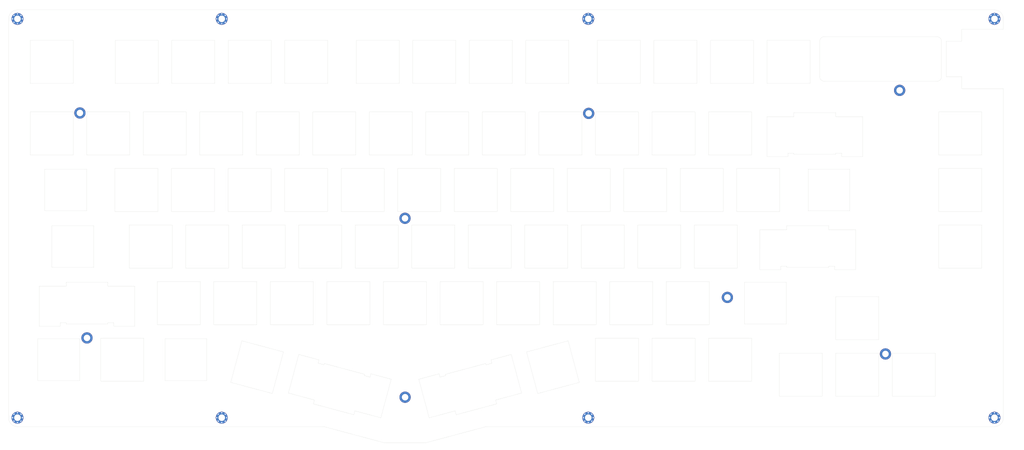
<source format=kicad_pcb>
(kicad_pcb (version 20211014) (generator pcbnew)
  (layers (0 "F.Cu" signal) (31 "B.Cu" signal) (34 "B.Paste" user) (35 "F.Paste" user) (36 "B.SilkS" user "B.Silkscreen") (37 "F.SilkS" user "F.Silkscreen") (38 "B.Mask" user) (39 "F.Mask" user) (44 "Edge.Cuts" user))
  (net 0 "")
  (net 1 "GND")
  (footprint "keyboard:MountingHole_2.2mm_M2_Pad_Via" (layer "F.Cu") (at 239.343984 57.57)
    (fp_text reference "MountBaseTop6" hide)
    (fp_text value "MountingHoleBaseTop1" hide)
    (pad "1" thru_hole circle (at 1.166726 1.166726) (size 0.7 0.7) (drill 0.4) (layers *.Cu *.Mask))
    (pad "1" thru_hole circle (at 1.65 0) (size 0.7 0.7) (drill 0.4) (layers *.Cu *.Mask))
    (pad "1" thru_hole circle (at -1.65 0) (size 0.7 0.7) (drill 0.4) (layers *.Cu *.Mask))
    (pad "1" thru_hole circle (at 1.166726 -1.166726) (size 0.7 0.7) (drill 0.4) (layers *.Cu *.Mask))
    (pad "1" thru_hole circle (at -1.166726 1.166726) (size 0.7 0.7) (drill 0.4) (layers *.Cu *.Mask))
    (pad "1" thru_hole circle (at -1.166726 -1.166726) (size 0.7 0.7) (drill 0.4) (layers *.Cu *.Mask))
    (pad "1" thru_hole circle (at 0 1.65) (size 0.7 0.7) (drill 0.4) (layers *.Cu *.Mask))
    (pad "1" thru_hole circle (at 0 0) (size 4 4) (drill 2.2) (layers *.Cu *.Mask))
    (pad "1" thru_hole circle (at 0 -1.65) (size 0.7 0.7) (drill 0.4) (layers *.Cu *.Mask))
  )
  (footprint "keyboard:MountingHole_2.2mm_M2_Pad_Via" (layer "F.Cu") (at 115.831016 57.57)
    (fp_text reference "MountBaseTop4" hide)
    (fp_text value "MountingHoleBaseTop1" hide)
    (pad "1" thru_hole circle (at -1.65 0) (size 0.7 0.7) (drill 0.4) (layers *.Cu *.Mask))
    (pad "1" thru_hole circle (at 1.166726 1.166726) (size 0.7 0.7) (drill 0.4) (layers *.Cu *.Mask))
    (pad "1" thru_hole circle (at 0 1.65) (size 0.7 0.7) (drill 0.4) (layers *.Cu *.Mask))
    (pad "1" thru_hole circle (at 1.166726 -1.166726) (size 0.7 0.7) (drill 0.4) (layers *.Cu *.Mask))
    (pad "1" thru_hole circle (at -1.166726 1.166726) (size 0.7 0.7) (drill 0.4) (layers *.Cu *.Mask))
    (pad "1" thru_hole circle (at 1.65 0) (size 0.7 0.7) (drill 0.4) (layers *.Cu *.Mask))
    (pad "1" thru_hole circle (at 0 -1.65) (size 0.7 0.7) (drill 0.4) (layers *.Cu *.Mask))
    (pad "1" thru_hole circle (at -1.166726 -1.166726) (size 0.7 0.7) (drill 0.4) (layers *.Cu *.Mask))
    (pad "1" thru_hole circle (at 0 0) (size 4 4) (drill 2.2) (layers *.Cu *.Mask))
  )
  (footprint "keyboard:MountingHole_2.2mm_M2_Pad" (layer "F.Cu") (at 177.59 124.78)
    (fp_text reference "MountTopMiddle4")
    (fp_text value "MountTopMiddle")
    (pad "1" thru_hole circle (at 0 0) (size 3.8 3.8) (drill 2.2) (layers *.Cu *.Mask))
  )
  (footprint "keyboard:MountingHole_2.2mm_M2_Pad" (layer "F.Cu") (at 68.04 89.29)
    (fp_text reference "MountTopMiddle2")
    (fp_text value "MountTopMiddle")
    (pad "1" thru_hole circle (at 0 0) (size 3.8 3.8) (drill 2.2) (layers *.Cu *.Mask))
  )
  (footprint "keyboard:MountingHole_2.2mm_M2_Pad_Via" (layer "F.Cu") (at 376.225 191.97)
    (fp_text reference "MountBaseTop7" hide)
    (fp_text value "MountingHoleBaseTop1" hide)
    (pad "1" thru_hole circle (at 1.166726 1.166726) (size 0.7 0.7) (drill 0.4) (layers *.Cu *.Mask))
    (pad "1" thru_hole circle (at 0 1.65) (size 0.7 0.7) (drill 0.4) (layers *.Cu *.Mask))
    (pad "1" thru_hole circle (at -1.65 0) (size 0.7 0.7) (drill 0.4) (layers *.Cu *.Mask))
    (pad "1" thru_hole circle (at 1.65 0) (size 0.7 0.7) (drill 0.4) (layers *.Cu *.Mask))
    (pad "1" thru_hole circle (at 0 -1.65) (size 0.7 0.7) (drill 0.4) (layers *.Cu *.Mask))
    (pad "1" thru_hole circle (at -1.166726 1.166726) (size 0.7 0.7) (drill 0.4) (layers *.Cu *.Mask))
    (pad "1" thru_hole circle (at 1.166726 -1.166726) (size 0.7 0.7) (drill 0.4) (layers *.Cu *.Mask))
    (pad "1" thru_hole circle (at 0 0) (size 4 4) (drill 2.2) (layers *.Cu *.Mask))
    (pad "1" thru_hole circle (at -1.166726 -1.166726) (size 0.7 0.7) (drill 0.4) (layers *.Cu *.Mask))
  )
  (footprint "keyboard:MountingHole_2.2mm_M2_Pad" (layer "F.Cu") (at 286.22 151.44)
    (fp_text reference "MountTopMiddle5")
    (fp_text value "MountTopMiddle")
    (pad "1" thru_hole circle (at 0 0) (size 3.8 3.8) (drill 2.2) (layers *.Cu *.Mask))
  )
  (footprint "keyboard:MountingHole_2.2mm_M2_Pad" (layer "F.Cu") (at 70.42 165.09)
    (fp_text reference "MountTopMiddle1")
    (fp_text value "MountTopMiddle")
    (pad "1" thru_hole circle (at 0 0) (size 3.8 3.8) (drill 2.2) (layers *.Cu *.Mask))
  )
  (footprint "keyboard:MountingHole_2.2mm_M2_Pad" (layer "F.Cu") (at 177.62 185.07)
    (fp_text reference "MountTopMiddle3")
    (fp_text value "MountTopMiddle")
    (pad "1" thru_hole circle (at 0 0) (size 3.8 3.8) (drill 2.2) (layers *.Cu *.Mask))
  )
  (footprint "keyboard:MountingHole_2.2mm_M2_Pad_Via" (layer "F.Cu") (at 115.831016 191.97)
    (fp_text reference "MountBaseTop3" hide)
    (fp_text value "MountingHoleBaseTop1" hide)
    (pad "1" thru_hole circle (at -1.65 0) (size 0.7 0.7) (drill 0.4) (layers *.Cu *.Mask))
    (pad "1" thru_hole circle (at 1.65 0) (size 0.7 0.7) (drill 0.4) (layers *.Cu *.Mask))
    (pad "1" thru_hole circle (at 0 -1.65) (size 0.7 0.7) (drill 0.4) (layers *.Cu *.Mask))
    (pad "1" thru_hole circle (at 0 0) (size 4 4) (drill 2.2) (layers *.Cu *.Mask))
    (pad "1" thru_hole circle (at -1.166726 -1.166726) (size 0.7 0.7) (drill 0.4) (layers *.Cu *.Mask))
    (pad "1" thru_hole circle (at 0 1.65) (size 0.7 0.7) (drill 0.4) (layers *.Cu *.Mask))
    (pad "1" thru_hole circle (at 1.166726 -1.166726) (size 0.7 0.7) (drill 0.4) (layers *.Cu *.Mask))
    (pad "1" thru_hole circle (at -1.166726 1.166726) (size 0.7 0.7) (drill 0.4) (layers *.Cu *.Mask))
    (pad "1" thru_hole circle (at 1.166726 1.166726) (size 0.7 0.7) (drill 0.4) (layers *.Cu *.Mask))
  )
  (footprint "keyboard:MountingHole_2.2mm_M2_Pad_Via" (layer "F.Cu") (at 47 57.57)
    (fp_text reference "MountBaseTop2" hide)
    (fp_text value "MountingHoleBaseTop1" hide)
    (pad "1" thru_hole circle (at 1.65 0) (size 0.7 0.7) (drill 0.4) (layers *.Cu *.Mask))
    (pad "1" thru_hole circle (at -1.65 0) (size 0.7 0.7) (drill 0.4) (layers *.Cu *.Mask))
    (pad "1" thru_hole circle (at 0 1.65) (size 0.7 0.7) (drill 0.4) (layers *.Cu *.Mask))
    (pad "1" thru_hole circle (at 1.166726 1.166726) (size 0.7 0.7) (drill 0.4) (layers *.Cu *.Mask))
    (pad "1" thru_hole circle (at 1.166726 -1.166726) (size 0.7 0.7) (drill 0.4) (layers *.Cu *.Mask))
    (pad "1" thru_hole circle (at -1.166726 -1.166726) (size 0.7 0.7) (drill 0.4) (layers *.Cu *.Mask))
    (pad "1" thru_hole circle (at 0 -1.65) (size 0.7 0.7) (drill 0.4) (layers *.Cu *.Mask))
    (pad "1" thru_hole circle (at -1.166726 1.166726) (size 0.7 0.7) (drill 0.4) (layers *.Cu *.Mask))
    (pad "1" thru_hole circle (at 0 0) (size 4 4) (drill 2.2) (layers *.Cu *.Mask))
  )
  (footprint "keyboard:MountingHole_2.2mm_M2_Pad_Via" (layer "F.Cu") (at 376.225 57.57)
    (fp_text reference "MountBaseTop8" hide)
    (fp_text value "MountingHoleBaseTop1" hide)
    (pad "1" thru_hole circle (at 1.166726 1.166726) (size 0.7 0.7) (drill 0.4) (layers *.Cu *.Mask))
    (pad "1" thru_hole circle (at -1.166726 1.166726) (size 0.7 0.7) (drill 0.4) (layers *.Cu *.Mask))
    (pad "1" thru_hole circle (at 0 1.65) (size 0.7 0.7) (drill 0.4) (layers *.Cu *.Mask))
    (pad "1" thru_hole circle (at 0 0) (size 4 4) (drill 2.2) (layers *.Cu *.Mask))
    (pad "1" thru_hole circle (at 1.166726 -1.166726) (size 0.7 0.7) (drill 0.4) (layers *.Cu *.Mask))
    (pad "1" thru_hole circle (at -1.65 0) (size 0.7 0.7) (drill 0.4) (layers *.Cu *.Mask))
    (pad "1" thru_hole circle (at 1.65 0) (size 0.7 0.7) (drill 0.4) (layers *.Cu *.Mask))
    (pad "1" thru_hole circle (at -1.166726 -1.166726) (size 0.7 0.7) (drill 0.4) (layers *.Cu *.Mask))
    (pad "1" thru_hole circle (at 0 -1.65) (size 0.7 0.7) (drill 0.4) (layers *.Cu *.Mask))
  )
  (footprint "keyboard:MountingHole_2.2mm_M2_Pad_Via" (layer "F.Cu") (at 47 191.97)
    (fp_text reference "MountBaseTop1" hide)
    (fp_text value "MountingHoleBaseTop1" hide)
    (pad "1" thru_hole circle (at -1.65 0) (size 0.7 0.7) (drill 0.4) (layers *.Cu *.Mask))
    (pad "1" thru_hole circle (at 1.65 0) (size 0.7 0.7) (drill 0.4) (layers *.Cu *.Mask))
    (pad "1" thru_hole circle (at 0 0) (size 4 4) (drill 2.2) (layers *.Cu *.Mask))
    (pad "1" thru_hole circle (at 0 -1.65) (size 0.7 0.7) (drill 0.4) (layers *.Cu *.Mask))
    (pad "1" thru_hole circle (at 0 1.65) (size 0.7 0.7) (drill 0.4) (layers *.Cu *.Mask))
    (pad "1" thru_hole circle (at 1.166726 1.166726) (size 0.7 0.7) (drill 0.4) (layers *.Cu *.Mask))
    (pad "1" thru_hole circle (at -1.166726 -1.166726) (size 0.7 0.7) (drill 0.4) (layers *.Cu *.Mask))
    (pad "1" thru_hole circle (at 1.166726 -1.166726) (size 0.7 0.7) (drill 0.4) (layers *.Cu *.Mask))
    (pad "1" thru_hole circle (at -1.166726 1.166726) (size 0.7 0.7) (drill 0.4) (layers *.Cu *.Mask))
  )
  (footprint "keyboard:MountingHole_2.2mm_M2_Pad" (layer "F.Cu") (at 344.27 81.67)
    (fp_text reference "MountTopMiddle8")
    (fp_text value "MountTopMiddle")
    (pad "1" thru_hole circle (at 0 0) (size 3.8 3.8) (drill 2.2) (layers *.Cu *.Mask))
  )
  (footprint "keyboard:MountingHole_2.2mm_M2_Pad" (layer "F.Cu") (at 239.48 89.43)
    (fp_text reference "MountTopMiddle6")
    (fp_text value "MountTopMiddle")
    (pad "1" thru_hole circle (at 0 0) (size 3.8 3.8) (drill 2.2) (layers *.Cu *.Mask))
  )
  (footprint "keyboard:MountingHole_2.2mm_M2_Pad_Via" (layer "F.Cu") (at 239.343984 191.97)
    (fp_text reference "MountBaseTop5" hide)
    (fp_text value "MountingHoleBaseTop1" hide)
    (pad "1" thru_hole circle (at 1.166726 -1.166726) (size 0.7 0.7) (drill 0.4) (layers *.Cu *.Mask))
    (pad "1" thru_hole circle (at 0 0) (size 4 4) (drill 2.2) (layers *.Cu *.Mask))
    (pad "1" thru_hole circle (at 0 1.65) (size 0.7 0.7) (drill 0.4) (layers *.Cu *.Mask))
    (pad "1" thru_hole circle (at 1.65 0) (size 0.7 0.7) (drill 0.4) (layers *.Cu *.Mask))
    (pad "1" thru_hole circle (at -1.166726 -1.166726) (size 0.7 0.7) (drill 0.4) (layers *.Cu *.Mask))
    (pad "1" thru_hole circle (at 0 -1.65) (size 0.7 0.7) (drill 0.4) (layers *.Cu *.Mask))
    (pad "1" thru_hole circle (at -1.166726 1.166726) (size 0.7 0.7) (drill 0.4) (layers *.Cu *.Mask))
    (pad "1" thru_hole circle (at 1.166726 1.166726) (size 0.7 0.7) (drill 0.4) (layers *.Cu *.Mask))
    (pad "1" thru_hole circle (at -1.65 0) (size 0.7 0.7) (drill 0.4) (layers *.Cu *.Mask))
  )
  (footprint "keyboard:MountingHole_2.2mm_M2_Pad" (layer "F.Cu") (at 339.49 170.5)
    (fp_text reference "MountTopMiddle7")
    (fp_text value "MountTopMiddle")
    (pad "1" thru_hole circle (at 0 0) (size 3.8 3.8) (drill 2.2) (layers *.Cu *.Mask))
  )
  (gr_line (start 294.375 88.945) (end 294.375 103.445) (layer "Edge.Cuts") (width 0.05))
  (gr_line (start 303.9 107.995) (end 303.9 122.495) (layer "Edge.Cuts") (width 0.05))
  (gr_line (start 306.0825 160.4) (end 291.9825 160.4) (layer "Edge.Cuts") (width 0.05))
  (gr_line (start 251.3 107.995) (end 265.8 107.995) (layer "Edge.Cuts") (width 0.05))
  (gr_line (start 232.825 64.845) (end 232.825 79.345) (layer "Edge.Cuts") (width 0.05))
  (gr_line (start 72.72 141.35) (end 58.62 141.35) (layer "Edge.Cuts") (width 0.05))
  (gr_line (start 242.425 79.345) (end 242.425 64.845) (layer "Edge.Cuts") (width 0.05))
  (gr_line (start 151.575 64.845) (end 151.575 79.345) (layer "Edge.Cuts") (width 0.05))
  (gr_line (start 166.101654 177.178065) (end 172.940409 179.010504) (layer "Edge.Cuts") (width 0.05))
  (gr_line (start 275.325 88.945) (end 275.325 103.445) (layer "Edge.Cuts") (width 0.05))
  (gr_line (start 246.5375 160.595) (end 246.5375 146.095) (layer "Edge.Cuts") (width 0.05))
  (gr_line (start 308.65 102.799) (end 308.65 103.25) (layer "Edge.Cuts") (width 0.05))
  (gr_line (start 65.775 79.345) (end 51.275 79.345) (layer "Edge.Cuts") (width 0.05))
  (gr_line (start 256.925 79.345) (end 242.425 79.345) (layer "Edge.Cuts") (width 0.05))
  (gr_line (start 218.325 79.345) (end 218.325 64.845) (layer "Edge.Cuts") (width 0.05))
  (gr_line (start 256.275 88.945) (end 256.275 103.445) (layer "Edge.Cuts") (width 0.05))
  (gr_line (start 320.3675 127.25) (end 320.3675 128.6054) (layer "Edge.Cuts") (width 0.05))
  (gr_line (start 356.85 78.595) (end 318.85 78.595) (layer "Edge.Cuts") (width 0.05))
  (gr_line (start 256.0625 141.545) (end 256.0625 127.045) (layer "Edge.Cuts") (width 0.05))
  (gr_line (start 44 191.97) (end 44 57.57) (layer "Edge.Cuts") (width 0.05))
  (gr_line (start 331.83 103.9674) (end 331.829 90.5054) (layer "Edge.Cuts") (width 0.05))
  (gr_line (start 137 122.495) (end 137 107.995) (layer "Edge.Cuts") (width 0.05))
  (gr_circle (center 239.343984 191.97) (end 240.443984 191.97) (layer "Edge.Cuts") (width 0.05) (fill none))
  (gr_line (start 256.275 165.145) (end 256.275 179.645) (layer "Edge.Cuts") (width 0.05))
  (gr_line (start 291.9825 146.3) (end 306.0825 146.3) (layer "Edge.Cuts") (width 0.05))
  (gr_line (start 199.125 88.945) (end 199.125 103.445) (layer "Edge.Cuts") (width 0.05))
  (gr_line (start 306.65 102.799) (end 306.65 103.9674) (layer "Edge.Cuts") (width 0.05))
  (gr_line (start 260.825 88.945) (end 275.325 88.945) (layer "Edge.Cuts") (width 0.05))
  (gr_line (start 113.1875 160.595) (end 113.1875 146.095) (layer "Edge.Cuts") (width 0.05))
  (gr_line (start 275.975 64.845) (end 275.975 79.345) (layer "Edge.Cuts") (width 0.05))
  (gr_line (start 117.95 107.995) (end 132.45 107.995) (layer "Edge.Cuts") (width 0.05))
  (gr_line (start 261.475 79.345) (end 261.475 64.845) (layer "Edge.Cuts") (width 0.05))
  (gr_line (start 371.95 141.545) (end 357.45 141.545) (layer "Edge.Cuts") (width 0.05))
  (gr_line (start 138.296385 183.664554) (end 147.066026 186.014372) (layer "Edge.Cuts") (width 0.05))
  (gr_line (start 217.9625 127.045) (end 232.4625 127.045) (layer "Edge.Cuts") (width 0.05))
  (gr_line (start 54.30225 147.6554) (end 63.38 147.6554) (layer "Edge.Cuts") (width 0.05))
  (gr_line (start 180.075 103.445) (end 165.575 103.445) (layer "Edge.Cuts") (width 0.05))
  (gr_line (start 170.3375 160.595) (end 170.3375 146.095) (layer "Edge.Cuts") (width 0.05))
  (gr_line (start 232.825 79.345) (end 218.325 79.345) (layer "Edge.Cuts") (width 0.05))
  (gr_line (start 251.5125 127.045) (end 251.5125 141.545) (layer "Edge.Cuts") (width 0.05))
  (gr_line (start 163.867398 177.789015) (end 163.984125 177.353383) (layer "Edge.Cuts") (width 0.05))
  (gr_line (start 265.5875 160.595) (end 265.5875 146.095) (layer "Edge.Cuts") (width 0.05))
  (gr_line (start 306.2675 140.899) (end 306.2675 141.35) (layer "Edge.Cuts") (width 0.05))
  (gr_line (start 365.225 77.07) (end 360.025 77.07) (layer "Edge.Cuts") (width 0.05))
  (gr_line (start 165.7875 160.595) (end 151.2875 160.595) (layer "Edge.Cuts") (width 0.05))
  (gr_line (start 199.275 79.345) (end 199.275 64.845) (layer "Edge.Cuts") (width 0.05))
  (gr_line (start 371.95 127.045) (end 371.95 141.545) (layer "Edge.Cuts") (width 0.05))
  (gr_line (start 175.675 64.845) (end 175.675 79.345) (layer "Edge.Cuts") (width 0.05))
  (gr_line (start 127.475 88.945) (end 141.975 88.945) (layer "Edge.Cuts") (width 0.05))
  (gr_line (start 241.775 103.445) (end 241.775 88.945) (layer "Edge.Cuts") (width 0.05))
  (gr_line (start 137.075 64.845) (end 151.575 64.845) (layer "Edge.Cuts") (width 0.05))
  (gr_line (start 306.2675 140.899) (end 304.26875 140.899) (layer "Edge.Cuts") (width 0.05))
  (gr_line (start 53.86 165.35) (end 67.96 165.35) (layer "Edge.Cuts") (width 0.05))
  (gr_line (start 103.6625 141.545) (end 103.6625 127.045) (layer "Edge.Cuts") (width 0.05))
  (gr_line (start 165.79925 178.306653) (end 166.101654 177.178065) (layer "Edge.Cuts") (width 0.05))
  (gr_line (start 270.5625 127.045) (end 270.5625 141.545) (layer "Edge.Cuts") (width 0.05))
  (gr_line (start 356.2875 184.695) (end 341.7875 184.695) (layer "Edge.Cuts") (width 0.05))
  (gr_line (start 51.275 88.945) (end 65.775 88.945) (layer "Edge.Cuts") (width 0.05))
  (gr_line (start 79.85 107.995) (end 94.35 107.995) (layer "Edge.Cuts") (width 0.05))
  (gr_line (start 132.45 122.495) (end 117.95 122.495) (layer "Edge.Cuts") (width 0.05))
  (gr_line (start 203.8875 160.595) (end 189.3875 160.595) (layer "Edge.Cuts") (width 0.05))
  (gr_line (start 70.34 122.3) (end 56.24 122.3) (layer "Edge.Cuts") (width 0.05))
  (gr_line (start 150.232609 194.97) (end 47 194.97) (layer "Edge.Cuts") (width 0.05))
  (gr_line (start 113.1875 146.095) (end 127.6875 146.095) (layer "Edge.Cuts") (width 0.05))
  (gr_line (start 371.95 103.445) (end 357.45 103.445) (layer "Edge.Cuts") (width 0.05))
  (gr_line (start 151.575 79.345) (end 137.075 79.345) (layer "Edge.Cuts") (width 0.05))
  (gr_line (start 194.3625 127.045) (end 194.3625 141.545) (layer "Edge.Cuts") (width 0.05))
  (gr_line (start 170.75857 200.469915) (end 184.41643 200.469915) (layer "Edge.Cuts") (width 0.05))
  (gr_arc (start 317.35 65.095) (mid 317.78934 64.03434) (end 318.85 63.595) (layer "Edge.Cuts") (width 0.05))
  (gr_line (start 294.375 179.645) (end 279.875 179.645) (layer "Edge.Cuts") (width 0.05))
  (gr_line (start 313.415 122.3) (end 313.415 108.2) (layer "Edge.Cuts") (width 0.05))
  (gr_line (start 53.86 179.45) (end 53.86 165.35) (layer "Edge.Cuts") (width 0.05))
  (gr_line (start 156.05 122.495) (end 156.05 107.995) (layer "Edge.Cuts") (width 0.05))
  (gr_line (start 161.175 79.345) (end 161.175 64.845) (layer "Edge.Cuts") (width 0.05))
  (gr_line (start 199.125 103.445) (end 184.625 103.445) (layer "Edge.Cuts") (width 0.05))
  (gr_line (start 113.4 107.995) (end 113.4 122.495) (layer "Edge.Cuts") (width 0.05))
  (gr_line (start 299.571 90.5054) (end 308.65 90.5054) (layer "Edge.Cuts") (width 0.05))
  (gr_line (start 156.2625 127.045) (end 156.2625 141.545) (layer "Edge.Cuts") (width 0.05))
  (gr_line (start 279.875 179.645) (end 279.875 165.145) (layer "Edge.Cuts") (width 0.05))
  (gr_line (start 160.8125 127.045) (end 175.3125 127.045) (layer "Edge.Cuts") (width 0.05))
  (gr_line (start 308.65 89.15) (end 308.65 90.5054) (layer "Edge.Cuts") (width 0.05))
  (gr_line (start 299.575 79.345) (end 299.575 64.845) (layer "Edge.Cuts") (width 0.05))
  (gr_line (start 150.232609 194.97) (end 170.75857 200.469915) (layer "Edge.Cuts") (width 0.05))
  (gr_line (start 204.927156 174.139667) (end 206.859008 173.622029) (layer "Edge.Cuts") (width 0.05))
  (gr_line (start 341.7875 170.195) (end 356.2875 170.195) (layer "Edge.Cuts") (width 0.05))
  (gr_line (start 275.1125 127.045) (end 289.6125 127.045) (layer "Edge.Cuts") (width 0.05))
  (gr_line (start 108.425 88.945) (end 122.925 88.945) (layer "Edge.Cuts") (width 0.05))
  (gr_line (start 232.4625 141.545) (end 217.9625 141.545) (layer "Edge.Cuts") (width 0.05))
  (gr_line (start 98.975 64.845) (end 113.475 64.845) (layer "Edge.Cuts") (width 0.05))
  (gr_line (start 246.5375 146.095) (end 261.0375 146.095) (layer "Edge.Cuts") (width 0.05))
  (gr_line (start 172.940409 179.010504) (end 169.455221 192.013539) (layer "Edge.Cuts") (width 0.05))
  (gr_line (start 246.75 107.995) (end 246.75 122.495) (layer "Edge.Cuts") (width 0.05))
  (gr_line (start 294.375 103.445) (end 279.875 103.445) (layer "Edge.Cuts") (width 0.05))
  (gr_line (start 65.775 64.845) (end 65.775 79.345) (layer "Edge.Cuts") (width 0.05))
  (gr_line (start 329.44775 128.6054) (end 320.3675 128.6054) (layer "Edge.Cuts") (width 0.05))
  (gr_line (start 84.825 88.945) (end 84.825 103.445) (layer "Edge.Cuts") (width 0.05))
  (gr_line (start 118.025 64.845) (end 132.525 64.845) (layer "Edge.Cuts") (width 0.05))
  (gr_line (start 379.225 81.07) (end 379.225 191.97) (layer "Edge.Cuts") (width 0.05))
  (gr_line (start 137.075 79.345) (end 137.075 64.845) (layer "Edge.Cuts") (width 0.05))
  (gr_line (start 94.1375 146.095) (end 108.6375 146.095) (layer "Edge.Cuts") (width 0.05))
  (gr_line (start 118.1625 141.545) (end 103.6625 141.545) (layer "Edge.Cuts") (width 0.05))
  (gr_line (start 322.7375 170.195) (end 337.2375 170.195) (layer "Edge.Cuts") (width 0.05))
  (gr_line (start 63.38 146.3) (end 63.38 147.6554) (layer "Edge.Cuts") (width 0.05))
  (gr_line (start 206.556604 172.493441) (end 213.395359 170.661002) (layer "Edge.Cuts") (width 0.05))
  (gr_line (start 58.62 127.25) (end 72.72 127.25) (layer "Edge.Cuts") (width 0.05))
  (gr_line (start 260.825 103.445) (end 260.825 88.945) (layer "Edge.Cuts") (width 0.05))
  (gr_line (start 51.275 64.845) (end 65.775 64.845) (layer "Edge.Cuts") (width 0.05))
  (gr_line (start 65.775 103.445) (end 51.275 103.445) (layer "Edge.Cuts") (width 0.05))
  (gr_line (start 136.627614 169.81669) (end 132.874738 183.822614) (layer "Edge.Cuts") (width 0.05))
  (gr_line (start 241.775 165.145) (end 256.275 165.145) (layer "Edge.Cuts") (width 0.05))
  (gr_line (start 146.7375 160.595) (end 132.2375 160.595) (layer "Edge.Cuts") (width 0.05))
  (gr_line (start 191.190875 177.353383) (end 204.810429 173.704034) (layer "Edge.Cuts") (width 0.05))
  (gr_line (start 279.875 165.145) (end 294.375 165.145) (layer "Edge.Cuts") (width 0.05))
  (gr_line (start 146.525 103.445) (end 146.525 88.945) (layer "Edge.Cuts") (width 0.05))
  (gr_line (start 232.25 122.495) (end 232.25 107.995) (layer "Edge.Cuts") (width 0.05))
  (gr_line (start 275.1125 141.545) (end 275.1125 127.045) (layer "Edge.Cuts") (width 0.05))
  (gr_line (start 275.325 179.645) (end 260.825 179.645) (layer "Edge.Cuts") (width 0.05))
  (gr_line (start 379.225 61.07) (end 379.225 57.57) (layer "Edge.Cuts") (width 0.05))
  (gr_line (start 213.2 107.995) (end 227.7 107.995) (layer "Edge.Cuts") (width 0.05))
  (gr_line (start 265.5875 146.095) (end 280.0875 146.095) (layer "Edge.Cuts") (width 0.05))
  (gr_line (start 84.6125 141.545) (end 84.6125 127.045) (layer "Edge.Cuts") (width 0.05))
  (gr_line (start 122.7125 141.545) (end 122.7125 127.045) (layer "Edge.Cuts") (width 0.05))
  (gr_line (start 337.2375 151.145) (end 337.2375 165.645) (layer "Edge.Cuts") (width 0.05))
  (gr_line (start 118.1625 127.045) (end 118.1625 141.545) (layer "Edge.Cuts") (width 0.05))
  (gr_line (start 165.7875 146.095) (end 165.7875 160.595) (layer "Edge.Cuts") (width 0.05))
  (gr_line (start 189.6 107.995) (end 189.6 122.495) (layer "Edge.Cuts") (width 0.05))
  (gr_line (start 161.025 103.445) (end 146.525 103.445) (layer "Edge.Cuts") (width 0.05))
  (gr_line (start 222.725 88.945) (end 237.225 88.945) (layer "Edge.Cuts") (width 0.05))
  (gr_line (start 241.775 179.645) (end 241.775 165.145) (layer "Edge.Cuts") (width 0.05))
  (gr_line (start 84.6125 127.045) (end 99.1125 127.045) (layer "Edge.Cuts") (width 0.05))
  (gr_line (start 137.2125 141.545) (end 122.7125 141.545) (layer "Edge.Cuts") (width 0.05))
  (gr_line (start 47 54.57) (end 376.225 54.57) (layer "Edge.Cuts") (width 0.05))
  (gr_arc (start 358.35 77.095) (mid 357.91066 78.15566) (end 356.85 78.595) (layer "Edge.Cuts") (width 0.05))
  (gr_line (start 103.6625 127.045) (end 118.1625 127.045) (layer "Edge.Cuts") (width 0.05))
  (gr_line (start 208.4375 146.095) (end 222.9375 146.095) (layer "Edge.Cuts") (width 0.05))
  (gr_line (start 150.247844 174.139667) (end 148.315992 173.622028) (layer "Edge.Cuts") (width 0.05))
  (gr_line (start 256.925 64.845) (end 256.925 79.345) (layer "Edge.Cuts") (width 0.05))
  (gr_line (start 222.300262 183.822614) (end 218.547386 169.81669) (layer "Edge.Cuts") (width 0.05))
  (gr_line (start 303.6875 170.195) (end 318.1875 170.195) (layer "Edge.Cuts") (width 0.05))
  (gr_line (start 275.325 103.445) (end 260.825 103.445) (layer "Edge.Cuts") (width 0.05))
  (gr_line (start 208.459777 187.323589) (end 194.840223 190.972937) (layer "Edge.Cuts") (width 0.05))
  (gr_line (start 213.4125 127.045) (end 213.4125 141.545) (layer "Edge.Cuts") (width 0.05))
  (gr_line (start 299.575 64.845) (end 314.075 64.845) (layer "Edge.Cuts") (width 0.05))
  (gr_line (start 117.95 122.495) (end 117.95 107.995) (layer "Edge.Cuts") (width 0.05))
  (gr_line (start 280.525 64.845) (end 295.025 64.845) (layer "Edge.Cuts") (width 0.05))
  (gr_line (start 365.225 65.07) (end 365.225 61.07) (layer "Edge.Cuts") (width 0.05))
  (gr_line (start 165.575 88.945) (end 180.075 88.945) (layer "Edge.Cuts") (width 0.05))
  (gr_line (start 270.35 107.995) (end 284.85 107.995) (layer "Edge.Cuts") (width 0.05))
  (gr_line (start 213.395359 170.661002) (end 216.878615 183.664555) (layer "Edge.Cuts") (width 0.05))
  (gr_line (start 227.7 122.495) (end 213.2 122.495) (layer "Edge.Cuts") (width 0.05))
  (gr_line (start 184.8375 160.595) (end 170.3375 160.595) (layer "Edge.Cuts") (width 0.05))
  (gr_line (start 146.7375 146.095) (end 146.7375 160.595) (layer "Edge.Cuts") (width 0.05))
  (gr_line (start 110.8225 179.45) (end 96.7225 179.45) (layer "Edge.Cuts") (width 0.05))
  (gr_line (start 237.225 103.445) (end 222.725 103.445) (layer "Edge.Cuts") (width 0.05))
  (gr_line (start 146.525 88.945) (end 161.025 88.945) (layer "Edge.Cuts") (width 0.05))
  (gr_line (start 313.415 108.2) (end 327.515 108.2) (layer "Edge.Cuts") (width 0.05))
  (gr_line (start 357.45 127.045) (end 371.95 127.045) (layer "Edge.Cuts") (width 0.05))
  (gr_line (start 70.34 108.2) (end 70.34 122.3) (layer "Edge.Cuts") (width 0.05))
  (gr_line (start 141.975 103.445) (end 127.475 103.445) (layer "Edge.Cuts") (width 0.05))
  (gr_line (start 151.5 107.995) (end 151.5 122.495) (layer "Edge.Cuts") (width 0.05))
  (gr_line (start 191.307602 177.789015) (end 191.190875 177.353383) (layer "Edge.Cuts") (width 0.05))
  (gr_line (start 203.675 103.445) (end 203.675 88.945) (layer "Edge.Cuts") (width 0.05))
  (gr_line (start 86.56125 161.1174) (end 86.56025 147.6554) (layer "Edge.Cuts") (width 0.05))
  (gr_line (start 94.1375 160.595) (end 94.1375 146.095) (layer "Edge.Cuts") (width 0.05))
  (gr_line (start 322.36875 142.0674) (end 322.36875 140.899) (layer "Edge.Cuts") (width 0.05))
  (gr_line (start 113.475 79.345) (end 98.975 79.345) (layer "Edge.Cuts") (width 0.05))
  (gr_line (start 270.5625 141.545) (end 256.0625 141.545) (layer "Edge.Cuts") (width 0.05))
  (gr_line (start 227.7 107.995) (end 227.7 122.495) (layer "Edge.Cuts") (width 0.05))
  (gr_line (start 77.48 159.949) (end 79.48125 159.949) (layer "Edge.Cuts") (width 0.05))
  (gr_line (start 270.35 122.495) (end 270.35 107.995) (layer "Edge.Cuts") (width 0.05))
  (gr_line (start 184.625 103.445) (end 184.625 88.945) (layer "Edge.Cuts") (width 0.05))
  (gr_line (start 99.1125 141.545) (end 84.6125 141.545) (layer "Edge.Cuts") (width 0.05))
  (gr_line (start 194.3625 141.545) (end 179.8625 141.545) (layer "Edge.Cuts") (width 0.05))
  (gr_line (start 137.2125 127.045) (end 137.2125 141.545) (layer "Edge.Cuts") (width 0.05))
  (gr_line (start 89.5875 179.645) (end 75.0875 179.645) (layer "Edge.Cuts") (width 0.05))
  (gr_line (start 241.9875 160.595) (end 227.4875 160.595) (layer "Edge.Cuts") (width 0.05))
  (gr_line (start 67.96 165.35) (end 67.96 179.45) (layer "Edge.Cuts") (width 0.05))
  (gr_line (start 203.8875 146.095) (end 203.8875 160.595) (layer "Edge.Cuts") (width 0.05))
  (gr_line (start 295.025 79.345) (end 280.525 79.345) (layer "Edge.Cuts") (width 0.05))
  (gr_line (start 184.8375 146.095) (end 184.8375 160.595) (layer "Edge.Cuts") (width 0.05))
  (gr_line (start 295.025 64.845) (end 295.025 79.345) (layer "Edge.Cuts") (width 0.05))
  (gr_line (start 213.775 79.345) (end 199.275 79.345) (layer "Edge.Cuts") (width 0.05))
  (gr_line (start 260.825 179.645) (end 260.825 165.145) (layer "Edge.Cuts") (width 0.05))
  (gr_line (start 61.38125 161.1174) (end 54.30125 161.1174) (layer "Edge.Cuts") (width 0.05))
  (gr_line (start 122.7125 127.045) (end 137.2125 127.045) (layer "Edge.Cuts") (width 0.05))
  (gr_line (start 72.72 127.25) (end 72.72 141.35) (layer "Edge.Cuts") (width 0.05))
  (gr_line (start 246.75 122.495) (end 232.25 122.495) (layer "Edge.Cuts") (width 0.05))
  (gr_line (start 208.459777 187.323589) (end 208.108974 186.014373) (layer "Edge.Cuts") (width 0.05))
  (gr_line (start 184.41643 200.469915) (end 204.942391 194.97) (layer "Edge.Cuts") (width 0.05))
  (gr_line (start 289.6125 127.045) (end 289.6125 141.545) (layer "Edge.Cuts") (width 0.05))
  (gr_circle (center 239.343984 57.57) (end 240.443984 57.57) (layer "Edge.Cuts") (width 0.05) (fill none))
  (gr_line (start 77.48 160.4) (end 63.38 160.4) (layer "Edge.Cuts") (width 0.05))
  (gr_line (start 175.3125 141.545) (end 160.8125 141.545) (layer "Edge.Cuts") (width 0.05))
  (gr_line (start 56.24 108.2) (end 70.34 108.2) (layer "Edge.Cuts") (width 0.05))
  (gr_line (start 103.875 88.945) (end 103.875 103.445) (layer "Edge.Cuts") (width 0.05))
  (gr_line (start 324.75 103.9674) (end 324.75 102.799) (layer "Edge.Cuts") (width 0.05))
  (gr_line (start 306.2675 127.25) (end 320.3675 127.25) (layer "Edge.Cuts") (width 0.05))
  (gr_line (start 322.7375 151.145) (end 337.2375 151.145) (layer "Edge.Cuts") (width 0.05))
  (gr_line (start 294.375 165.145) (end 294.375 179.645) (layer "Edge.Cuts") (width 0.05))
  (gr_line (start 127.475 103.445) (end 127.475 88.945) (layer "Edge.Cuts") (width 0.05))
  (gr_line (start 96.7225 179.45) (end 96.7225 165.35) (layer "Edge.Cuts") (width 0.05))
  (gr_line (start 141.975 88.945) (end 141.975 103.445) (layer "Edge.Cuts") (width 0.05))
  (gr_line (start 227.4875 160.595) (end 227.4875 146.095) (layer "Edge.Cuts") (width 0.05))
  (gr_line (start 98.975 79.345) (end 98.975 64.845) (layer "Edge.Cuts") (width 0.05))
  (gr_line (start 94.35 122.495) (end 79.85 122.495) (layer "Edge.Cuts") (width 0.05))
  (gr_line (start 303.6875 184.695) (end 303.6875 170.195) (layer "Edge.Cuts") (width 0.05))
  (gr_line (start 365.225 77.07) (end 365.225 81.07) (layer "Edge.Cuts") (width 0.05))
  (gr_line (start 208.4375 160.595) (end 208.4375 146.095) (layer "Edge.Cuts") (width 0.05))
  (gr_line (start 189.073346 177.178066) (end 189.37575 178.306654) (layer "Edge.Cuts") (width 0.05))
  (gr_line (start 84.825 103.445) (end 70.325 103.445) (layer "Edge.Cuts") (width 0.05))
  (gr_line (start 357.45 107.995) (end 371.95 107.995) (layer "Edge.Cuts") (width 0.05))
  (gr_line (start 360.025 77.07) (end 360.025 65.07) (layer "Edge.Cuts") (width 0.05))
  (gr_line (start 256.275 179.645) (end 241.775 179.645) (layer "Edge.Cuts") (width 0.05))
  (gr_line (start 96.7225 165.35) (end 110.8225 165.35) (layer "Edge.Cuts") (width 0.05))
  (gr_line (start 241.775 88.945) (end 256.275 88.945) (layer "Edge.Cuts") (width 0.05))
  (gr_circle (center 115.831016 57.57) (end 116.931016 57.57) (layer "Edge.Cuts") (width 0.05) (fill none))
  (gr_line (start 320.3675 140.899) (end 320.3675 141.35) (layer "Edge.Cuts") (width 0.05))
  (gr_line (start 132.874738 183.822614) (end 118.868814 180.069738) (layer "Edge.Cuts") (width 0.05))
  (gr_line (start 232.25 107.995) (end 246.75 107.995) (layer "Edge.Cuts") (width 0.05))
  (gr_line (start 150.247844 174.139667) (end 150.364571 173.704034) (layer "Edge.Cuts") (width 0.05))
  (gr_line (start 79.85 122.495) (end 79.85 107.995) (layer "Edge.Cuts") (width 0.05))
  (gr_line (start 141.7625 127.045) (end 156.2625 127.045) (layer "Edge.Cuts") (width 0.05))
  (gr_line (start 127.6875 160.595) (end 113.1875 160.595) (layer "Edge.Cuts") (width 0.05))
  (gr_line (start 98.9 122.495) (end 98.9 107.995) (layer "Edge.Cuts") (width 0.05))
  (gr_line (start 284.85 107.995) (end 284.85 122.495) (layer "Edge.Cuts") (width 0.05))
  (gr_line (start 113.475 64.845) (end 113.475 79.345) (layer "Edge.Cuts") (width 0.05))
  (gr_arc (start 318.85 78.595) (mid 317.78934 78.15566) (end 317.35 77.095) (layer "Edge.Cuts") (width 0.05))
  (gr_line (start 141.7625 141.545) (end 141.7625 127.045) (layer "Edge.Cuts") (width 0.05))
  (gr_line (start 156.2625 141.545) (end 141.7625 141.545) (layer "Edge.Cuts") (width 0.05))
  (gr_circle (center 376.225 191.97) (end 377.325 191.97) (layer "Edge.Cuts") (width 0.05) (fill none))
  (gr_line (start 322.75 102.799) (end 322.75 103.25) (layer "Edge.Cuts") (width 0.05))
  (gr_line (start 322.75 89.15) (end 322.75 90.5054) (layer "Edge.Cuts") (width 0.05))
  (gr_line (start 122.925 103.445) (end 108.425 103.445) (layer "Edge.Cuts") (width 0.05))
  (gr_line (start 289.6125 141.545) (end 275.1125 141.545) (layer "Edge.Cuts") (width 0.05))
  (gr_line (start 151.5 122.495) (end 137 122.495) (layer "Edge.Cuts") (width 0.05))
  (gr_line (start 222.9375 146.095) (end 222.9375 160.595) (layer "Edge.Cuts") (width 0.05))
  (gr_line (start 94.425 64.845) (end 94.425 79.345) (layer "Edge.Cuts") (width 0.05))
  (gr_line (start 324.75 103.9674) (end 331.83 103.9674) (layer "Edge.Cuts") (width 0.05))
  (gr_line (start 280.0875 160.595) (end 265.5875 160.595) (layer "Edge.Cuts") (width 0.05))
  (gr_line (start 320.3675 140.899) (end 322.36875 140.899) (layer "Edge.Cuts") (width 0.05))
  (gr_line (start 75.0875 179.645) (end 75.0875 165.145) (layer "Edge.Cuts") (width 0.05))
  (gr_line (start 314.075 79.345) (end 299.575 79.345) (layer "Edge.Cuts") (width 0.05))
  (gr_line (start 322.36875 142.0674) (end 329.44875 142.0674) (layer "Edge.Cuts") (width 0.05))
  (gr_line (start 275.325 165.145) (end 275.325 179.645) (layer "Edge.Cuts") (width 0.05))
  (gr_line (start 371.95 88.945) (end 371.95 103.445) (layer "Edge.Cuts") (width 0.05))
  (gr_line (start 216.878615 183.664555) (end 208.108974 186.014373) (layer "Edge.Cuts") (width 0.05))
  (gr_line (start 289.4 122.495) (end 289.4 107.995) (layer "Edge.Cuts") (width 0.05))
  (gr_line (start 118.868814 180.069738) (end 122.62169 166.063814) (layer "Edge.Cuts") (width 0.05))
  (gr_line (start 306.2675 127.25) (end 306.2675 128.6054) (layer "Edge.Cuts") (width 0.05))
  (gr_line (start 75.0875 165.145) (end 89.5875 165.145) (layer "Edge.Cuts") (width 0.05))
  (gr_line (start 308.65 89.15) (end 322.75 89.15) (layer "Edge.Cuts") (width 0.05))
  (gr_circle (center 115.831016 191.97) (end 116.931016 191.97) (layer "Edge.Cuts") (width 0.05) (fill none))
  (gr_line (start 79.48125 161.1174) (end 86.56125 161.1174) (layer "Edge.Cuts") (width 0.05))
  (gr_line (start 303.9 122.495) (end 289.4 122.495) (layer "Edge.Cuts") (width 0.05))
  (gr_line (start 280.0875 146.095) (end 280.0875 160.595) (layer "Edge.Cuts") (width 0.05))
  (gr_line (start 160.334777 190.972937) (end 146.715223 187.323588) (layer "Edge.Cuts") (width 0.05))
  (gr_line (start 289.4 107.995) (end 303.9 107.995) (layer "Edge.Cuts") (width 0.05))
  (gr_line (start 232.55331 166.063814) (end 236.306186 180.069738) (layer "Edge.Cuts") (width 0.05))
  (gr_line (start 237.0125 141.545) (end 237.0125 127.045) (layer "Edge.Cuts") (width 0.05))
  (gr_line (start 322.75 102.799) (end 324.75 102.799) (layer "Edge.Cuts") (width 0.05))
  (gr_line (start 320.3675 141.35) (end 306.2675 141.35) (layer "Edge.Cuts") (width 0.05))
  (gr_line (start 204.927156 174.139667) (end 204.810429 173.704034) (layer "Edge.Cuts") (width 0.05))
  (gr_line (start 279.875 88.945) (end 294.375 88.945) (layer "Edge.Cuts") (width 0.05))
  (gr_line (start 170.55 107.995) (end 170.55 122.495) (layer "Edge.Cuts") (width 0.05))
  (gr_line (start 137 107.995) (end 151.5 107.995) (layer "Edge.Cuts") (width 0.05))
  (gr_line (start 322.7375 165.645) (end 322.7375 151.145) (layer "Edge.Cuts") (width 0.05))
  (gr_line (start 318.1875 170.195) (end 318.1875 184.695) (layer "Edge.Cuts") (width 0.05))
  (gr_line (start 169.455221 192.013539) (end 160.68558 189.663721) (layer "Edge.Cuts") (width 0.05))
  (gr_arc (start 376.225 54.57) (mid 378.34632 55.44868) (end 379.225 57.57) (layer "Edge.Cuts") (width 0.05))
  (gr_line (start 182.234591 179.010505) (end 185.719779 192.013539) (layer "Edge.Cuts") (width 0.05))
  (gr_line (start 170.55 122.495) (end 156.05 122.495) (layer "Edge.Cuts") (width 0.05))
  (gr_line (start 322.7375 184.695) (end 322.7375 170.195) (layer "Edge.Cuts") (width 0.05))
  (gr_line (start 156.05 107.995) (end 170.55 107.995) (layer "Edge.Cuts") (width 0.05))
  (gr_line (start 194.725 64.845) (end 194.725 79.345) (layer "Edge.Cuts") (width 0.05))
  (gr_line (start 77.48 146.3) (end 77.48 147.6554) (layer "Edge.Cuts") (width 0.05))
  (gr_line (start 58.62 141.35) (end 58.62 127.25) (layer "Edge.Cuts") (width 0.05))
  (gr_line (start 218.325 64.845) (end 232.825 64.845) (layer "Edge.Cuts") (width 0.05))
  (gr_line (start 180.225 64.845) (end 194.725 64.845) (layer "Edge.Cuts") (width 0.05))
  (gr_line (start 299.57 103.9674) (end 299.571 90.5054) (layer "Edge.Cuts") (width 0.05))
  (gr_arc (start 44 57.57) (mid 44.87868 55.44868) (end 47 54.57) (layer "Edge.Cuts") (width 0.05))
  (gr_line (start 185.719779 192.013539) (end 194.48942 189.663721) (layer "Edge.Cuts") (width 0.05))
  (gr_line (start 256.275 103.445) (end 241.775 103.445) (layer "Edge.Cuts") (width 0.05))
  (gr_line (start 242.425 64.845) (end 256.925 64.845) (layer "Edge.Cuts") (width 0.05))
  (gr_line (start 70.325 88.945) (end 84.825 88.945) (layer "Edge.Cuts") (width 0.05))
  (gr_line (start 304.26875 140.899) (end 304.26875 142.0674) (layer "Edge.Cuts") (width 0.05))
  (gr_line (start 261.475 64.845) (end 275.975 64.845) (layer "Edge.Cuts") (width 0.05))
  (gr_line (start 280.525 79.345) (end 280.525 64.845) (layer "Edge.Cuts") (width 0.05))
  (gr_line (start 86.56025 147.6554) (end 77.48 147.6554) (layer "Edge.Cuts") (width 0.05))
  (gr_line (start 371.95 122.495) (end 357.45 122.495) (layer "Edge.Cuts") (width 0.05))
  (gr_line (start 175.1 107.995) (end 189.6 107.995) (layer "Edge.Cuts") (width 0.05))
  (gr_line (start 241.9875 146.095) (end 241.9875 160.595) (layer "Edge.Cuts") (width 0.05))
  (gr_line (start 261.0375 146.095) (end 261.0375 160.595) (layer "Edge.Cuts") (width 0.05))
  (gr_line (start 237.0125 127.045) (end 251.5125 127.045) (layer "Edge.Cuts") (width 0.05))
  (gr_line (start 213.2 122.495) (end 213.2 107.995) (layer "Edge.Cuts") (width 0.05))
  (gr_line (start 218.175 103.445) (end 203.675 103.445) (layer "Edge.Cuts") (width 0.05))
  (gr_line (start 203.675 88.945) (end 218.175 88.945) (layer "Edge.Cuts") (width 0.05))
  (gr_line (start 132.45 107.995) (end 132.45 122.495) (layer "Edge.Cuts") (width 0.05))
  (gr_line (start 237.225 88.945) (end 237.225 103.445) (layer "Edge.Cuts") (width 0.05))
  (gr_line (start 63.38 159.949) (end 61.38125 159.949) (layer "Edge.Cuts") (width 0.05))
  (gr_line (start 77.48 159.949) (end 77.48 160.4) (layer "Edge.Cuts") (width 0.05))
  (gr_line (start 180.075 88.945) (end 180.075 103.445) (layer "Edge.Cuts") (width 0.05))
  (gr_line (start 236.306186 180.069738) (end 222.300262 183.822614) (layer "Edge.Cuts") (width 0.05))
  (gr_line (start 61.38125 159.949) (end 61.38125 161.1174) (layer "Edge.Cuts") (width 0.05))
  (gr_line (start 151.2875 146.095) (end 165.7875 146.095) (layer "Edge.Cuts") (width 0.05))
  (gr_line (start 327.515 122.3) (end 313.415 122.3) (layer "Edge.Cuts") (width 0.05))
  (gr_line (start 297.18975 128.6054) (end 306.2675 128.6054) (layer "Edge.Cuts") (width 0.05))
  (gr_line (start 217.9625 141.545) (end 217.9625 127.045) (layer "Edge.Cuts") (width 0.05))
  (gr_line (start 148.618396 172.493441) (end 148.315992 173.622028) (layer "Edge.Cuts") (width 0.05))
  (gr_line (start 132.2375 160.595) (end 132.2375 146.095) (layer "Edge.Cuts") (width 0.05))
  (gr_line (start 179.8625 127.045) (end 194.3625 127.045) (layer "Edge.Cuts") (width 0.05))
  (gr_line (start 213.4125 141.545) (end 198.9125 141.545) (layer "Edge.Cuts") (width 0.05))
  (gr_line (start 161.175 64.845) (end 175.675 64.845) (layer "Edge.Cuts") (width 0.05))
  (gr_line (start 189.3875 146.095) (end 203.8875 146.095) (layer "Edge.Cuts") (width 0.05))
  (gr_line (start 379.225 81.07) (end 365.225 81.07) (layer "Edge.Cuts") (width 0.05))
  (gr_line (start 318.1875 184.695) (end 303.6875 184.695) (layer "Edge.Cuts") (width 0.05))
  (gr_line (start 357.45 141.545) (end 357.45 127.045) (layer "Edge.Cuts") (width 0.05))
  (gr_line (start 118.025 79.345) (end 118.025 64.845) (layer "Edge.Cuts") (width 0.05))
  (gr_line (start 198.9125 141.545) (end 198.9125 127.045) (layer "Edge.Cuts") (width 0.05))
  (gr_line (start 317.35 77.095) (end 317.35 65.095) (layer "Edge.Cuts") (width 0.05))
  (gr_line (start 132.525 79.345) (end 118.025 79.345) (layer "Edge.Cuts") (width 0.05))
  (gr_line (start 175.1 122.495) (end 175.1 107.995) (layer "Edge.Cuts") (width 0.05))
  (gr_line (start 284.85 122.495) (end 270.35 122.495) (layer "Edge.Cuts") (width 0.05))
  (gr_line (start 99.1125 127.045) (end 99.1125 141.545) (layer "Edge.Cuts") (width 0.05))
  (gr_line (start 222.725 103.445) (end 222.725 88.945) (layer "Edge.Cuts") (width 0.05))
  (gr_line (start 275.975 79.345) (end 261.475 79.345) (layer "Edge.Cuts") (width 0.05))
  (gr_line (start 189.3875 160.595) (end 189.3875 146.095) (layer "Edge.Cuts") (width 0.05))
  (gr_line (start 318.85 63.595) (end 356.85 63.595) (layer "Edge.Cuts") (width 0.05))
  (gr_line (start 63.38 159.949) (end 63.38 160.4) (layer "Edge.Cuts") (width 0.05))
  (gr_line (start 67.96 179.45) (end 53.86 179.45) (layer "Edge.Cuts") (width 0.05))
  (gr_line (start 194.725 79.345) (end 180.225 79.345) (layer "Edge.Cuts") (width 0.05))
  (gr_line (start 357.45 122.495) (end 357.45 107.995) (layer "Edge.Cuts") (width 0.05))
  (gr_line (start 170.3375 146.095) (end 184.8375 146.095) (layer "Edge.Cuts") (width 0.05))
  (gr_line (start 113.4 122.495) (end 98.9 122.495) (layer "Edge.Cuts") (width 0.05))
  (gr_line (start 150.364571 173.704034) (end 163.984125 177.353383) (layer "Edge.Cuts") (width 0.05))
  (gr_line (start 56.24 122.3) (end 56.24 108.2) (layer "Edge.Cuts") (width 0.05))
  (gr_line (start 108.6375 146.095) (end 108.6375 160.595) (layer "Edge.Cuts") (width 0.05))
  (gr_line (start 232.4625 127.045) (end 232.4625 141.545) (layer "Edge.Cuts") (width 0.05))
  (gr_line (start 306.65 103.9674) (end 299.57 103.9674) (layer "Edge.Cuts") (width 0.05))
  (gr_line (start 79.925 79.345) (end 79.925 64.845) (layer "Edge.Cuts") (width 0.05))
  (gr_line (start 337.2375 165.645) (end 322.7375 165.645) (layer "Edge.Cuts") (width 0.05))
  (gr_line (start 194.15 107.995) (end 208.65 107.995) (layer "Edge.Cuts") (width 0.05))
  (gr_line (start 251.3 122.495) (end 251.3 107.995) (layer "Edge.Cuts") (width 0.05))
  (gr_line (start 256.0625 127.045) (end 270.5625 127.045) (layer "Edge.Cuts") (width 0.05))
  (gr_line (start 337.2375 184.695) (end 322.7375 184.695) (layer "Edge.Cuts") (width 0.05))
  (gr_line (start 108.425 103.445) (end 108.425 88.945) (layer "Edge.Cuts") (width 0.05))
  (gr_line (start 291.9825 160.4) (end 291.9825 146.3) (layer "Edge.Cuts") (width 0.05))
  (gr_line (start 365.225 65.07) (end 360.025 65.07) (layer "Edge.Cuts") (width 0.05))
  (gr_line (start 357.45 88.945) (end 371.95 88.945) (layer "Edge.Cuts") (width 0.05))
  (gr_line (start 371.95 107.995) (end 371.95 122.495) (layer "Edge.Cuts") (width 0.05))
  (gr_line (start 327.515 108.2) (end 327.515 122.3) (layer "Edge.Cuts") (width 0.05))
  (gr_line (start 163.867398 177.789015) (end 165.79925 178.306653) (layer "Edge.Cuts") (width 0.05))
  (gr_line (start 218.547386 169.81669) (end 232.55331 166.063814) (layer "Edge.Cuts") (width 0.05))
  (gr_line (start 213.775 64.845) (end 213.775 79.345) (layer "Edge.Cuts") (width 0.05))
  (gr_line (start 358.35 65.095) (end 358.35 77.095) (layer "Edge.Cuts") (width 0.05))
  (gr_line (start 127.6875 146.095) (end 127.6875 160.595) (layer "Edge.Cuts") (width 0.05))
  (gr_line (start 184.625 88.945) (end 199.125 88.945) (layer "Edge.Cuts") (width 0.05))
  (gr_line (start 89.375 103.445) (end 89.375 88.945) (layer "Edge.Cuts") (width 0.05))
  (gr_line (start 329.44875 142.0674) (end 329.44775 128.6054) (layer "Edge.Cuts") (width 0.05))
  (gr_line (start 191.307602 177.789015) (end 189.37575 178.306654) (layer "Edge.Cuts") (width 0.05))
  (gr_line (start 261.0375 160.595) (end 246.5375 160.595) (layer "Edge.Cuts") (width 0.05))
  (gr_line (start 357.45 103.445) (end 357.45 88.945) (layer "Edge.Cuts") (width 0.05))
  (gr_line (start 65.775 88.945) (end 65.775 103.445) (layer "Edge.Cuts") (width 0.05))
  (gr_line (start 122.62169 166.063814) (end 136.627614 169.81669) (layer "Edge.Cuts") (width 0.05))
  (gr_circle (center 47 191.97) (end 48.1 191.97) (layer "Edge.Cuts") (width 0.05) (fill none))
  (gr_line (start 297.18875 142.0674) (end 297.18975 128.6054) (layer "Edge.Cuts") (width 0.05))
  (gr_line (start 306.0825 146.3) (end 306.0825 160.4) (layer "Edge.Cuts") (width 0.05))
  (gr_line (start 63.38 146.3) (end 77.48 146.3) (layer "Edge.Cuts") (width 0.05))
  (gr_line (start 265.8 107.995) (end 265.8 122.495) (layer "Edge.Cuts") (width 0.05))
  (gr_line (start 98.9 107.995) (end 113.4 107.995) (layer "Edge.Cuts") (width 0.05))
  (gr_line (start 161.025 88.945) (end 161.025 103.445) (layer "Edge.Cuts") (width 0.05))
  (gr_line (start 227.4875 146.095) (end 241.9875 146.095) (layer "Edge.Cuts") (width 0.05))
  (gr_line (start 148.618396 172.493441) (end 141.779641 170.661002) (layer "Edge.Cuts") (width 0.05))
  (gr_line (start 175.3125 127.045) (end 175.3125 141.545) (layer "Edge.Cuts") (width 0.05))
  (gr_arc (start 356.85 63.595) (mid 357.91066 64.03434) (end 358.35 65.095) (layer "Edge.Cuts") (width 0.05))
  (gr_line (start 206.859008 173.622029) (end 206.556604 172.493441) (layer "Edge.Cuts") (width 0.05))
  (gr_line (start 122.925 88.945) (end 122.925 103.445) (layer "Edge.Cuts") (width 0.05))
  (gr_line (start 337.2375 170.195) (end 337.2375 184.695) (layer "Edge.Cuts") (width 0.05))
  (gr_line (start 251.5125 141.545) (end 237.0125 141.545) (layer "Edge.Cuts") (width 0.05))
  (gr_circle (center 376.225 57.57) (end 377.325 57.57) (layer "Edge.Cuts") (width 0.05) (fill none))
  (gr_line (start 160.8125 141.545) (end 160.8125 127.045) (layer "Edge.Cuts") (width 0.05))
  (gr_line (start 222.9375 160.595) (end 208.4375 160.595) (layer "Edge.Cuts") (width 0.05))
  (gr_line (start 279.875 103.445) (end 279.875 88.945) (layer "Edge.Cuts") (width 0.05))
  (gr_line (start 341.7875 184.695) (end 341.7875 170.195) (layer "Edge.Cuts") (width 0.05))
  (gr_line (start 204.942391 194.97) (end 376.225 194.97) (layer "Edge.Cuts") (width 0.05))
  (gr_line (start 365.225 61.07) (end 379.225 61.07) (layer "Edge.Cuts") (width 0.05))
  (gr_line (start 322.75 103.25) (end 308.65 103.25) (layer "Edge.Cuts") (width 0.05))
  (gr_line (start 94.35 107.995) (end 94.35 122.495) (layer "Edge.Cuts") (width 0.05))
  (gr_line (start 132.525 64.845) (end 132.525 79.345) (layer "Edge.Cuts") (width 0.05))
  (gr_line (start 132.2375 146.095) (end 146.7375 146.095) (layer "Edge.Cuts") (width 0.05))
  (gr_arc (start 379.225 191.97) (mid 378.34632 194.09132) (end 376.225 194.97) (layer "Edge.Cuts") (width 0.05))
  (gr_line (start 208.65 107.995) (end 208.65 122.495) (layer "Edge.Cuts") (width 0.05))
  (gr_line (start 51.275 103.445) (end 51.275 88.945) (layer "Edge.Cuts") (width 0.05))
  (gr_arc (start 47 194.97) (mid 44.87868 194.09132) (end 44 191.97) (layer "Edge.Cuts") (width 0.05))
  (gr_line (start 331.829 90.5054) (end 322.75 90.5054) (layer "Edge.Cuts") (width 0.05))
  (gr_line (start 356.2875 170.195) (end 356.2875 184.695) (layer "Edge.Cuts") (width 0.05))
  (gr_line (start 110.8225 165.35) (end 110.8225 179.45) (layer "Edge.Cuts") (width 0.05))
  (gr_line (start 89.5875 165.145) (end 89.5875 179.645) (layer "Edge.Cuts") (width 0.05))
  (gr_line (start 51.275 79.345) (end 51.275 64.845) (layer "Edge.Cuts") (width 0.05))
  (gr_line (start 79.48125 161.1174) (end 79.48125 159.949) (layer "Edge.Cuts") (width 0.05))
  (gr_line (start 198.9125 127.045) (end 213.4125 127.045) (layer "Edge.Cuts") (width 0.05))
  (gr_line (start 194.840223 190.972937) (end 194.48942 189.663721) (layer "Edge.Cuts") (width 0.05))
  (gr_line (start 103.875 103.445) (end 89.375 103.445) (layer "Edge.Cuts") (width 0.05))
  (gr_line (start 260.825 165.145) (end 275.325 165.145) (layer "Edge.Cuts") (width 0.05))
  (gr_line (start 265.8 122.495) (end 251.3 122.495) (layer "Edge.Cuts") (width 0.05))
  (gr_line (start 179.8625 141.545) (end 179.8625 127.045) (layer "Edge.Cuts") (width 0.05))
  (gr_line (start 141.779641 170.661002) (end 138.296385 183.664554) (layer "Edge.Cuts") (width 0.05))
  (gr_line (start 180.225 79.345) (end 180.225 64.845) (layer "Edge.Cuts") (width 0.05))
  (gr_line (start 165.575 103.445) (end 165.575 88.945) (layer "Edge.Cuts") (width 0.05))
  (gr_line (start 208.65 122.495) (end 194.15 122.495) (layer "Edge.Cuts") (width 0.05))
  (gr_circle (center 47 57.57) (end 48.1 57.57) (layer "Edge.Cuts") (width 0.05) (fill none))
  (gr_line (start 199.275 64.845) (end 213.775 64.845) (layer "Edge.Cuts") (width 0.05))
  (gr_line (start 151.2875 160.595) (end 151.2875 146.095) (layer "Edge.Cuts") (width 0.05))
  (gr_line (start 314.075 64.845) (end 314.075 79.345) (layer "Edge.Cuts") (width 0.05))
  (gr_line (start 218.175 88.945) (end 218.175 103.445) (layer "Edge.Cuts") (width 0.05))
  (gr_line (start 89.375 88.945) (end 103.875 88.945) (layer "Edge.Cuts") (width 0.05))
  (gr_line (start 108.6375 160.595) (end 94.1375 160.595) (layer "Edge.Cuts") (width 0.05))
  (gr_line (start 54.30125 161.1174) (end 54.30225 147.6554) (layer "Edge.Cuts") (width 0.05))
  (gr_line (start 79.925 64.845) (end 94.425 64.845) (layer "Edge.Cuts") (width 0.05))
  (gr_line (start 189.6 122.495) (end 175.1 122.495) (layer "Edge.Cuts") (width 0.05))
  (gr_line (start 194.15 122.495) (end 194.15 107.995) (layer "Edge.Cuts") (width 0.05))
  (gr_line (start 175.675 79.345) (end 161.175 79.345) (layer "Edge.Cuts") (width 0.05))
  (gr_line (start 146.715223 187.323588) (end 147.066026 186.014372) (layer "Edge.Cuts") (width 0.05))
  (gr_line (start 304.26875 142.0674) (end 297.18875 142.0674) (layer "Edge.Cuts") (width 0.05))
  (gr_line (start 308.65 102.799) (end 306.65 102.799) (layer "Edge.Cuts") (width 0.05))
  (gr_line (start 94.425 79.345) (end 79.925 79.345) (layer "Edge.Cuts") (width 0.05))
  (gr_line (start 160.334777 190.972937) (end 160.68558 189.663721) (layer "Edge.Cuts") (width 0.05))
  (gr_line (start 70.325 103.445) (end 70.325 88.945) (layer "Edge.Cuts") (width 0.05))
  (gr_line (start 189.073346 177.178066) (end 182.234591 179.010505) (layer "Edge.Cuts") (width 0.05))
)
</source>
